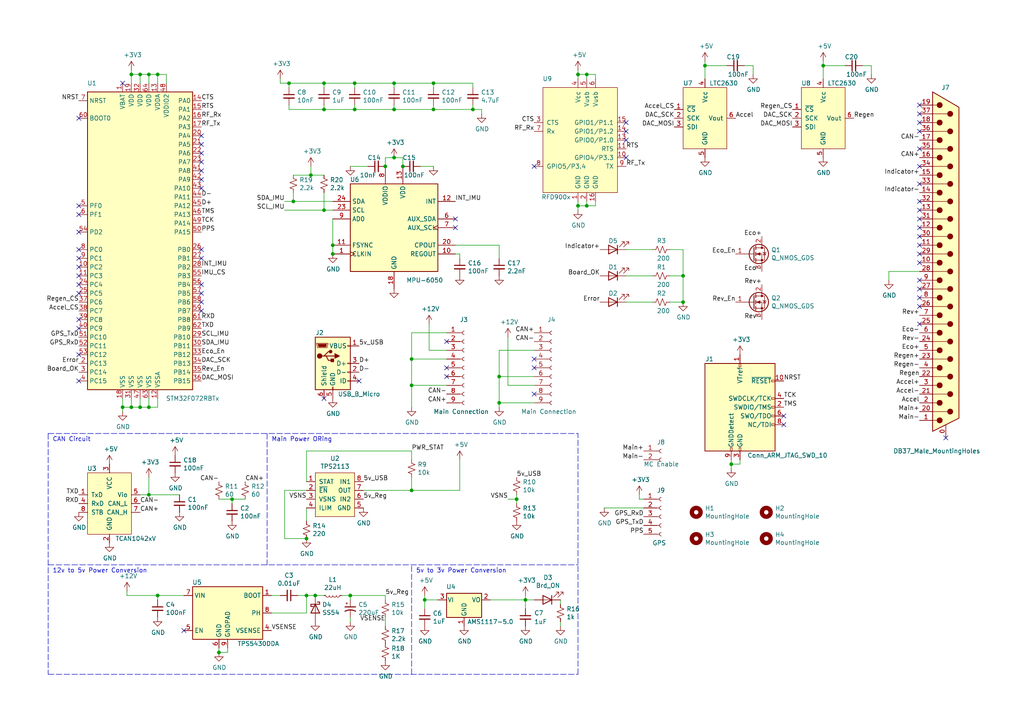
<source format=kicad_sch>
(kicad_sch (version 20211123) (generator eeschema)
  (paper "A4")
  (junction (at 101.6 172.72))
  (junction (at 88.9 172.72))
  (junction (at 96.52 73.66))
  (junction (at 125.73 31.75))
  (junction (at 119.38 142.24))
  (junction (at 144.78 109.22))
  (junction (at 137.16 31.75))
  (junction (at 212.09 134.62))
  (junction (at 114.3 31.75))
  (junction (at 116.84 48.26))
  (junction (at 204.47 19.05))
  (junction (at 167.64 59.69))
  (junction (at 85.09 58.42))
  (junction (at 96.52 71.12))
  (junction (at 198.12 87.63))
  (junction (at 144.78 116.84))
  (junction (at 38.1 118.11))
  (junction (at 45.72 172.72))
  (junction (at 102.87 31.75))
  (junction (at 198.12 80.01))
  (junction (at 90.17 50.8))
  (junction (at 43.18 21.59))
  (junction (at 38.1 21.59))
  (junction (at 43.18 143.51))
  (junction (at 63.5 189.23))
  (junction (at 88.9 156.21))
  (junction (at 111.76 48.26))
  (junction (at 125.73 24.13))
  (junction (at 119.38 104.14))
  (junction (at 149.86 144.78))
  (junction (at 91.44 172.72))
  (junction (at 67.31 144.78))
  (junction (at 114.3 24.13))
  (junction (at 238.76 19.05))
  (junction (at 40.64 21.59))
  (junction (at 152.4 173.99))
  (junction (at 83.82 24.13))
  (junction (at 40.64 118.11))
  (junction (at 170.18 21.59))
  (junction (at 45.72 21.59))
  (junction (at 102.87 24.13))
  (junction (at 167.64 21.59))
  (junction (at 93.98 31.75))
  (junction (at 35.56 118.11))
  (junction (at 170.18 59.69))
  (junction (at 93.98 60.96))
  (junction (at 43.18 118.11))
  (junction (at 119.38 111.76))
  (junction (at 114.3 45.72))
  (junction (at 123.19 173.99))
  (junction (at 93.98 24.13))
  (no_connect (at 266.7 30.48))
  (no_connect (at 181.61 45.72))
  (no_connect (at 227.33 120.65))
  (no_connect (at 129.54 109.22))
  (no_connect (at 58.42 39.37))
  (no_connect (at 154.94 104.14))
  (no_connect (at 22.86 85.09))
  (no_connect (at 129.54 99.06))
  (no_connect (at 154.94 106.68))
  (no_connect (at 154.94 48.26))
  (no_connect (at 22.86 77.47))
  (no_connect (at 227.33 123.19))
  (no_connect (at 104.14 110.49))
  (no_connect (at 58.42 72.39))
  (no_connect (at 154.94 114.3))
  (no_connect (at 58.42 52.07))
  (no_connect (at 58.42 87.63))
  (no_connect (at 181.61 40.64))
  (no_connect (at 266.7 35.56))
  (no_connect (at 58.42 46.99))
  (no_connect (at 22.86 95.25))
  (no_connect (at 181.61 38.1))
  (no_connect (at 93.98 115.57))
  (no_connect (at 22.86 74.93))
  (no_connect (at 22.86 82.55))
  (no_connect (at 22.86 92.71))
  (no_connect (at 58.42 85.09))
  (no_connect (at 129.54 106.68))
  (no_connect (at 132.08 63.5))
  (no_connect (at 58.42 54.61))
  (no_connect (at 58.42 49.53))
  (no_connect (at 266.7 60.96))
  (no_connect (at 266.7 76.2))
  (no_connect (at 266.7 81.28))
  (no_connect (at 266.7 86.36))
  (no_connect (at 266.7 71.12))
  (no_connect (at 266.7 66.04))
  (no_connect (at 274.32 127))
  (no_connect (at 35.56 24.13))
  (no_connect (at 53.34 182.88))
  (no_connect (at 266.7 53.34))
  (no_connect (at 266.7 58.42))
  (no_connect (at 266.7 63.5))
  (no_connect (at 266.7 43.18))
  (no_connect (at 266.7 48.26))
  (no_connect (at 266.7 33.02))
  (no_connect (at 266.7 38.1))
  (no_connect (at 266.7 73.66))
  (no_connect (at 266.7 68.58))
  (no_connect (at 266.7 83.82))
  (no_connect (at 266.7 88.9))
  (no_connect (at 266.7 93.98))
  (no_connect (at 181.61 35.56))
  (no_connect (at 22.86 67.31))
  (no_connect (at 22.86 72.39))
  (no_connect (at 22.86 80.01))
  (no_connect (at 58.42 90.17))
  (no_connect (at 22.86 102.87))
  (no_connect (at 22.86 62.23))
  (no_connect (at 58.42 44.45))
  (no_connect (at 58.42 82.55))
  (no_connect (at 22.86 59.69))
  (no_connect (at 132.08 66.04))
  (no_connect (at 58.42 41.91))
  (no_connect (at 58.42 74.93))
  (no_connect (at 22.86 110.49))
  (no_connect (at 22.86 34.29))
  (wire (pts (xy 194.31 72.39) (xy 198.12 72.39)))
  (wire (pts (xy 88.9 172.72) (xy 86.36 172.72)))
  (wire (pts (xy 218.44 19.05) (xy 215.9 19.05)))
  (wire (pts (xy 101.6 180.34) (xy 101.6 179.07)))
  (wire (pts (xy 85.09 50.8) (xy 90.17 50.8)))
  (wire (pts (xy 38.1 118.11) (xy 35.56 118.11)))
  (polyline (pts (xy 77.47 125.73) (xy 77.47 163.83)))
  (wire (pts (xy 102.87 24.13) (xy 114.3 24.13)))
  (wire (pts (xy 133.35 133.35) (xy 133.35 142.24)))
  (wire (pts (xy 147.32 97.79) (xy 147.32 111.76)))
  (wire (pts (xy 78.74 172.72) (xy 81.28 172.72)))
  (wire (pts (xy 252.73 19.05) (xy 250.19 19.05)))
  (wire (pts (xy 45.72 21.59) (xy 48.26 21.59)))
  (wire (pts (xy 43.18 143.51) (xy 52.07 143.51)))
  (wire (pts (xy 181.61 72.39) (xy 189.23 72.39)))
  (wire (pts (xy 119.38 111.76) (xy 119.38 118.11)))
  (wire (pts (xy 149.86 143.51) (xy 149.86 144.78)))
  (wire (pts (xy 36.83 172.72) (xy 45.72 172.72)))
  (wire (pts (xy 212.09 133.35) (xy 212.09 134.62)))
  (wire (pts (xy 93.98 30.48) (xy 93.98 31.75)))
  (wire (pts (xy 167.64 21.59) (xy 167.64 22.86)))
  (wire (pts (xy 40.64 115.57) (xy 40.64 118.11)))
  (wire (pts (xy 83.82 31.75) (xy 83.82 30.48)))
  (wire (pts (xy 78.74 177.8) (xy 88.9 177.8)))
  (wire (pts (xy 63.5 189.23) (xy 63.5 187.96)))
  (wire (pts (xy 48.26 21.59) (xy 48.26 24.13)))
  (wire (pts (xy 82.55 142.24) (xy 82.55 156.21)))
  (wire (pts (xy 91.44 172.72) (xy 93.98 172.72)))
  (wire (pts (xy 93.98 25.4) (xy 93.98 24.13)))
  (wire (pts (xy 149.86 144.78) (xy 147.32 144.78)))
  (wire (pts (xy 85.09 58.42) (xy 96.52 58.42)))
  (wire (pts (xy 214.63 134.62) (xy 212.09 134.62)))
  (wire (pts (xy 129.54 96.52) (xy 119.38 96.52)))
  (polyline (pts (xy 13.97 163.83) (xy 167.64 163.83)))
  (wire (pts (xy 96.52 63.5) (xy 96.52 71.12)))
  (wire (pts (xy 93.98 24.13) (xy 102.87 24.13)))
  (wire (pts (xy 38.1 21.59) (xy 40.64 21.59)))
  (wire (pts (xy 167.64 20.32) (xy 167.64 21.59)))
  (wire (pts (xy 170.18 21.59) (xy 170.18 22.86)))
  (wire (pts (xy 123.19 173.99) (xy 123.19 176.53)))
  (wire (pts (xy 204.47 17.78) (xy 204.47 19.05)))
  (wire (pts (xy 252.73 21.59) (xy 252.73 19.05)))
  (wire (pts (xy 40.64 143.51) (xy 43.18 143.51)))
  (wire (pts (xy 81.28 24.13) (xy 83.82 24.13)))
  (wire (pts (xy 119.38 138.43) (xy 119.38 142.24)))
  (wire (pts (xy 185.42 144.78) (xy 186.69 144.78)))
  (wire (pts (xy 66.04 187.96) (xy 66.04 189.23)))
  (wire (pts (xy 93.98 31.75) (xy 83.82 31.75)))
  (wire (pts (xy 111.76 48.26) (xy 111.76 45.72)))
  (wire (pts (xy 204.47 19.05) (xy 210.82 19.05)))
  (wire (pts (xy 88.9 139.7) (xy 88.9 130.81)))
  (wire (pts (xy 119.38 96.52) (xy 119.38 104.14)))
  (wire (pts (xy 99.06 172.72) (xy 101.6 172.72)))
  (wire (pts (xy 101.6 173.99) (xy 101.6 172.72)))
  (wire (pts (xy 82.55 142.24) (xy 88.9 142.24)))
  (wire (pts (xy 93.98 60.96) (xy 96.52 60.96)))
  (wire (pts (xy 102.87 30.48) (xy 102.87 31.75)))
  (polyline (pts (xy 167.64 195.58) (xy 167.64 125.73)))
  (wire (pts (xy 43.18 21.59) (xy 45.72 21.59)))
  (wire (pts (xy 152.4 172.72) (xy 152.4 173.99)))
  (wire (pts (xy 123.19 173.99) (xy 127 173.99)))
  (wire (pts (xy 194.31 87.63) (xy 198.12 87.63)))
  (wire (pts (xy 45.72 115.57) (xy 45.72 118.11)))
  (wire (pts (xy 114.3 30.48) (xy 114.3 31.75)))
  (wire (pts (xy 40.64 118.11) (xy 38.1 118.11)))
  (wire (pts (xy 170.18 59.69) (xy 170.18 58.42)))
  (wire (pts (xy 144.78 109.22) (xy 144.78 116.84)))
  (wire (pts (xy 111.76 45.72) (xy 114.3 45.72)))
  (wire (pts (xy 152.4 173.99) (xy 152.4 176.53)))
  (wire (pts (xy 198.12 72.39) (xy 198.12 80.01)))
  (wire (pts (xy 139.7 33.02) (xy 139.7 31.75)))
  (wire (pts (xy 172.72 59.69) (xy 172.72 58.42)))
  (wire (pts (xy 167.64 59.69) (xy 167.64 60.96)))
  (wire (pts (xy 124.46 101.6) (xy 129.54 101.6)))
  (wire (pts (xy 170.18 21.59) (xy 172.72 21.59)))
  (polyline (pts (xy 13.97 125.73) (xy 167.64 125.73)))
  (wire (pts (xy 125.73 48.26) (xy 121.92 48.26)))
  (wire (pts (xy 144.78 101.6) (xy 144.78 109.22)))
  (wire (pts (xy 129.54 111.76) (xy 119.38 111.76)))
  (wire (pts (xy 266.7 78.74) (xy 257.81 78.74)))
  (wire (pts (xy 82.55 58.42) (xy 85.09 58.42)))
  (wire (pts (xy 167.64 21.59) (xy 170.18 21.59)))
  (wire (pts (xy 114.3 31.75) (xy 102.87 31.75)))
  (wire (pts (xy 137.16 31.75) (xy 125.73 31.75)))
  (wire (pts (xy 88.9 172.72) (xy 91.44 172.72)))
  (wire (pts (xy 175.26 147.32) (xy 186.69 147.32)))
  (wire (pts (xy 82.55 60.96) (xy 93.98 60.96)))
  (wire (pts (xy 154.94 109.22) (xy 144.78 109.22)))
  (wire (pts (xy 114.3 45.72) (xy 116.84 45.72)))
  (wire (pts (xy 63.5 144.78) (xy 67.31 144.78)))
  (polyline (pts (xy 13.97 195.58) (xy 167.64 195.58)))
  (wire (pts (xy 154.94 173.99) (xy 152.4 173.99)))
  (wire (pts (xy 212.09 134.62) (xy 212.09 135.89)))
  (wire (pts (xy 111.76 173.99) (xy 111.76 172.72)))
  (wire (pts (xy 162.56 173.99) (xy 162.56 175.26)))
  (wire (pts (xy 238.76 22.86) (xy 238.76 19.05)))
  (wire (pts (xy 67.31 144.78) (xy 71.12 144.78)))
  (wire (pts (xy 85.09 55.88) (xy 85.09 58.42)))
  (wire (pts (xy 81.28 22.86) (xy 81.28 24.13)))
  (wire (pts (xy 119.38 142.24) (xy 133.35 142.24)))
  (wire (pts (xy 189.23 87.63) (xy 181.61 87.63)))
  (wire (pts (xy 43.18 118.11) (xy 40.64 118.11)))
  (wire (pts (xy 88.9 151.13) (xy 88.9 147.32)))
  (wire (pts (xy 101.6 48.26) (xy 106.68 48.26)))
  (polyline (pts (xy 119.38 195.58) (xy 119.38 163.83)))
  (wire (pts (xy 125.73 31.75) (xy 114.3 31.75)))
  (wire (pts (xy 123.19 172.72) (xy 123.19 173.99)))
  (wire (pts (xy 167.64 59.69) (xy 170.18 59.69)))
  (wire (pts (xy 36.83 171.45) (xy 36.83 172.72)))
  (wire (pts (xy 116.84 45.72) (xy 116.84 48.26)))
  (wire (pts (xy 90.17 50.8) (xy 90.17 48.26)))
  (wire (pts (xy 185.42 143.51) (xy 185.42 144.78)))
  (wire (pts (xy 132.08 73.66) (xy 133.35 73.66)))
  (wire (pts (xy 137.16 30.48) (xy 137.16 31.75)))
  (wire (pts (xy 90.17 50.8) (xy 93.98 50.8)))
  (wire (pts (xy 45.72 172.72) (xy 45.72 173.99)))
  (wire (pts (xy 125.73 30.48) (xy 125.73 31.75)))
  (wire (pts (xy 66.04 189.23) (xy 63.5 189.23)))
  (wire (pts (xy 125.73 24.13) (xy 137.16 24.13)))
  (wire (pts (xy 38.1 21.59) (xy 38.1 20.32)))
  (wire (pts (xy 35.56 119.38) (xy 35.56 118.11)))
  (wire (pts (xy 133.35 73.66) (xy 133.35 74.93)))
  (wire (pts (xy 40.64 21.59) (xy 43.18 21.59)))
  (wire (pts (xy 119.38 104.14) (xy 119.38 111.76)))
  (polyline (pts (xy 13.97 125.73) (xy 13.97 195.58)))
  (wire (pts (xy 238.76 19.05) (xy 245.11 19.05)))
  (wire (pts (xy 181.61 80.01) (xy 189.23 80.01)))
  (wire (pts (xy 38.1 24.13) (xy 38.1 21.59)))
  (wire (pts (xy 194.31 80.01) (xy 198.12 80.01)))
  (wire (pts (xy 144.78 71.12) (xy 144.78 74.93)))
  (wire (pts (xy 45.72 21.59) (xy 45.72 24.13)))
  (wire (pts (xy 139.7 31.75) (xy 137.16 31.75)))
  (wire (pts (xy 154.94 101.6) (xy 144.78 101.6)))
  (wire (pts (xy 35.56 118.11) (xy 35.56 115.57)))
  (wire (pts (xy 162.56 180.34) (xy 162.56 181.61)))
  (wire (pts (xy 82.55 156.21) (xy 88.9 156.21)))
  (wire (pts (xy 88.9 130.81) (xy 119.38 130.81)))
  (wire (pts (xy 111.76 179.07) (xy 111.76 181.61)))
  (wire (pts (xy 93.98 55.88) (xy 93.98 60.96)))
  (wire (pts (xy 142.24 173.99) (xy 152.4 173.99)))
  (wire (pts (xy 125.73 25.4) (xy 125.73 24.13)))
  (wire (pts (xy 43.18 21.59) (xy 43.18 24.13)))
  (wire (pts (xy 144.78 116.84) (xy 144.78 118.11)))
  (wire (pts (xy 204.47 22.86) (xy 204.47 19.05)))
  (wire (pts (xy 96.52 71.12) (xy 96.52 73.66)))
  (wire (pts (xy 43.18 115.57) (xy 43.18 118.11)))
  (wire (pts (xy 198.12 80.01) (xy 198.12 87.63)))
  (wire (pts (xy 124.46 93.98) (xy 124.46 101.6)))
  (wire (pts (xy 167.64 58.42) (xy 167.64 59.69)))
  (wire (pts (xy 43.18 138.43) (xy 43.18 143.51)))
  (wire (pts (xy 172.72 21.59) (xy 172.72 22.86)))
  (wire (pts (xy 40.64 21.59) (xy 40.64 24.13)))
  (wire (pts (xy 83.82 25.4) (xy 83.82 24.13)))
  (wire (pts (xy 119.38 130.81) (xy 119.38 133.35)))
  (wire (pts (xy 88.9 177.8) (xy 88.9 172.72)))
  (wire (pts (xy 114.3 25.4) (xy 114.3 24.13)))
  (wire (pts (xy 132.08 71.12) (xy 144.78 71.12)))
  (wire (pts (xy 45.72 118.11) (xy 43.18 118.11)))
  (wire (pts (xy 257.81 78.74) (xy 257.81 81.28)))
  (wire (pts (xy 83.82 24.13) (xy 93.98 24.13)))
  (wire (pts (xy 147.32 111.76) (xy 154.94 111.76)))
  (wire (pts (xy 137.16 24.13) (xy 137.16 25.4)))
  (wire (pts (xy 214.63 133.35) (xy 214.63 134.62)))
  (wire (pts (xy 149.86 144.78) (xy 149.86 146.05)))
  (wire (pts (xy 218.44 21.59) (xy 218.44 19.05)))
  (wire (pts (xy 114.3 24.13) (xy 125.73 24.13)))
  (wire (pts (xy 105.41 142.24) (xy 119.38 142.24)))
  (wire (pts (xy 129.54 104.14) (xy 119.38 104.14)))
  (wire (pts (xy 38.1 115.57) (xy 38.1 118.11)))
  (wire (pts (xy 53.34 172.72) (xy 45.72 172.72)))
  (wire (pts (xy 102.87 25.4) (xy 102.87 24.13)))
  (wire (pts (xy 102.87 31.75) (xy 93.98 31.75)))
  (wire (pts (xy 67.31 144.78) (xy 67.31 146.05)))
  (wire (pts (xy 144.78 116.84) (xy 154.94 116.84)))
  (wire (pts (xy 170.18 59.69) (xy 172.72 59.69)))
  (wire (pts (xy 101.6 172.72) (xy 111.76 172.72)))
  (wire (pts (xy 238.76 17.78) (xy 238.76 19.05)))
  (text "5v to 3v Power Conversion" (at 120.65 166.37 0) (effects (font (size 1.27 1.27)) (justify left bottom)))
  (text "CAN Circuit" (at 15.24 128.27 0) (effects (font (size 1.27 1.27)) (justify left bottom)))
  (text "Main Power ORing" (at 78.74 128.27 0) (effects (font (size 1.27 1.27)) (justify left bottom)))
  (text "12v to 5v Power Conversion" (at 15.24 166.37 0) (effects (font (size 1.27 1.27)) (justify left bottom)))
  (label "Regen" (at 247.65 34.29 0))
  (label "NRST" (at 227.33 110.49 0))
  (label "VSENSE" (at 111.76 180.34 180))
  (label "CAN-" (at 40.64 146.05 0))
  (label "Main-" (at 186.69 133.35 180))
  (label "Error" (at 173.99 87.63 180))
  (label "5v_Reg" (at 111.76 172.72 0))
  (label "Board_OK" (at 22.86 107.95 180))
  (label "Indicator+" (at 173.99 72.39 180))
  (label "TXD" (at 58.42 95.25 0))
  (label "Rev-" (at 266.7 99.06 180))
  (label "Eco+" (at 266.7 101.6 180))
  (label "Rev+" (at 266.7 91.44 180))
  (label "D-" (at 104.14 107.95 0))
  (label "DAC_SCK" (at 229.87 34.29 180))
  (label "INT_IMU" (at 58.42 77.47 0))
  (label "CAN+" (at 40.64 148.59 0))
  (label "SCL_IMU" (at 58.42 97.79 0))
  (label "D+" (at 58.42 59.69 0))
  (label "TCK" (at 227.33 115.57 0))
  (label "RXD" (at 58.42 92.71 0))
  (label "CAN+" (at 71.12 139.7 0))
  (label "DAC_SCK" (at 58.42 105.41 0))
  (label "CTS" (at 154.94 35.56 180))
  (label "GPS_TxD" (at 186.69 152.4 180))
  (label "CAN-" (at 129.54 114.3 180))
  (label "5v_USB" (at 105.41 139.7 0))
  (label "Eco+" (at 220.98 68.58 180))
  (label "Accel-" (at 266.7 114.3 180))
  (label "Regen_CS" (at 229.87 31.75 180))
  (label "SDA_IMU" (at 82.55 58.42 180))
  (label "5v_USB" (at 149.86 138.43 0))
  (label "RTS" (at 181.61 43.18 0))
  (label "DAC_SCK" (at 195.58 34.29 180))
  (label "CAN+" (at 266.7 45.72 180))
  (label "TCK" (at 58.42 64.77 0))
  (label "Rev_En" (at 58.42 107.95 0))
  (label "Main+" (at 266.7 119.38 180))
  (label "TMS" (at 58.42 62.23 0))
  (label "TXD" (at 22.86 143.51 180))
  (label "Error" (at 22.86 105.41 180))
  (label "GPS_RxD" (at 186.69 149.86 180))
  (label "Regen" (at 266.7 109.22 180))
  (label "PPS" (at 186.69 154.94 180))
  (label "VSNS" (at 88.9 144.78 180))
  (label "VSNS" (at 147.32 144.78 180))
  (label "RF_Rx" (at 154.94 38.1 180))
  (label "Eco-" (at 220.98 78.74 180))
  (label "RXD" (at 22.86 146.05 180))
  (label "Rev_En" (at 213.36 87.63 180))
  (label "GPS_RxD" (at 22.86 100.33 180))
  (label "5v_USB" (at 104.14 100.33 0))
  (label "CAN-" (at 154.94 99.06 180))
  (label "NRST" (at 22.86 29.21 180))
  (label "IMU_CS" (at 58.42 80.01 0))
  (label "Board_OK" (at 173.99 80.01 180))
  (label "SCL_IMU" (at 82.55 60.96 180))
  (label "D+" (at 104.14 105.41 0))
  (label "GPS_TxD" (at 22.86 97.79 180))
  (label "PWR_STAT" (at 119.38 130.81 0))
  (label "RF_Rx" (at 58.42 34.29 0))
  (label "Main-" (at 266.7 121.92 180))
  (label "Eco_En" (at 213.36 73.66 180))
  (label "Rev+" (at 220.98 82.55 180))
  (label "SDA_IMU" (at 58.42 100.33 0))
  (label "RF_Tx" (at 181.61 48.26 0))
  (label "RTS" (at 58.42 31.75 0))
  (label "Regen-" (at 266.7 106.68 180))
  (label "DAC_MOSI" (at 195.58 36.83 180))
  (label "DAC_MOSI" (at 58.42 110.49 0))
  (label "VSENSE" (at 78.74 182.88 0))
  (label "CTS" (at 58.42 29.21 0))
  (label "Indicator-" (at 266.7 55.88 180))
  (label "Eco-" (at 266.7 96.52 180))
  (label "Accel" (at 213.36 34.29 0))
  (label "CAN+" (at 154.94 96.52 180))
  (label "Accel_CS" (at 22.86 90.17 180))
  (label "Rev-" (at 220.98 92.71 180))
  (label "Accel" (at 266.7 116.84 180))
  (label "Indicator+" (at 266.7 50.8 180))
  (label "PPS" (at 58.42 67.31 0))
  (label "Eco_En" (at 58.42 102.87 0))
  (label "TMS" (at 227.33 118.11 0))
  (label "CAN-" (at 63.5 139.7 180))
  (label "5v_Reg" (at 105.41 144.78 0))
  (label "Accel+" (at 266.7 111.76 180))
  (label "RF_Tx" (at 58.42 36.83 0))
  (label "CAN-" (at 266.7 40.64 180))
  (label "Regen_CS" (at 22.86 87.63 180))
  (label "D-" (at 58.42 57.15 0))
  (label "Main+" (at 186.69 130.81 180))
  (label "DAC_MOSI" (at 229.87 36.83 180))
  (label "Regen+" (at 266.7 104.14 180))
  (label "CAN+" (at 129.54 116.84 180))
  (label "Accel_CS" (at 195.58 31.75 180))
  (label "INT_IMU" (at 132.08 58.42 0))
  (symbol (lib_id "MCU_ST_STM32F0:STM32F072RBTx") (at 40.64 69.85 0) (unit 1)
    (property "Reference" "U1" (at 26.67 24.13 0))
    (property "Value" "STM32F072RBTx" (at 55.88 115.57 0))
    (property "Footprint" "Package_QFP:LQFP-64_10x10mm_P0.5mm" (effects hide))
    (property "Datasheet" "http://www.st.com/st-web-ui/static/active/en/resource/technical/document/datasheet/DM00090510.pdf" (effects hide))
  )
  (symbol (lib_id "Device:LED") (at 177.8 80.01 180) (unit 1)
    (property "Reference" "D1" (at 177.8 77.47 0))
    (property "Value" "Board OK" (effects hide))
    (property "Footprint" "LED_SMD:LED_0805_2012Metric" (effects hide))
    (property "LCSC Part" "C34499" (effects hide))
  )
  (symbol (lib_id "Device:LED") (at 177.8 87.63 180) (unit 1)
    (property "Reference" "D2" (at 177.8 85.09 0))
    (property "Value" "Error" (effects hide))
    (property "Footprint" "LED_SMD:LED_0603_1608Metric" (effects hide))
    (property "LCSC Part" "C2286" (effects hide))
  )
  (symbol (lib_id "power:GND") (at 35.56 119.38 0) (unit 1)
    (property "Reference" "#PWR06" (effects hide))
    (property "Value" "GND" (at 35.687 123.7742 0))
  )
  (symbol (lib_id "power:+3.3V") (at 38.1 20.32 0) (unit 1)
    (property "Reference" "#PWR01" (effects hide))
    (property "Value" "+3.3V" (at 38.481 15.9258 0))
  )
  (symbol (lib_id "Connector:Conn_ARM_JTAG_SWD_10") (at 214.63 118.11 0) (unit 1)
    (property "Reference" "J1" (at 207.01 104.14 0) (effects (justify right)))
    (property "Value" "Conn_ARM_JTAG_SWD_10" (at 240.03 132.08 0) (effects (justify right)))
    (property "Footprint" "Connector_PinHeader_1.27mm:PinHeader_2x05_P1.27mm_Vertical_SMD" (effects hide))
    (property "Datasheet" "http://infocenter.arm.com/help/topic/com.arm.doc.ddi0314h/DDI0314H_coresight_components_trm.pdf" (effects hide))
  )
  (symbol (lib_id "power:+3.3V") (at 214.63 102.87 0) (unit 1)
    (property "Reference" "#PWR02" (effects hide))
    (property "Value" "+3.3V" (at 215.011 98.4758 0))
  )
  (symbol (lib_id "power:GND") (at 212.09 135.89 0) (unit 1)
    (property "Reference" "#PWR04" (effects hide))
    (property "Value" "GND" (at 212.217 140.2842 0))
  )
  (symbol (lib_id "power:GND") (at 22.86 148.59 0) (unit 1)
    (property "Reference" "#PWR018" (effects hide))
    (property "Value" "GND" (at 22.987 152.9842 0))
  )
  (symbol (lib_id "power:+3.3V") (at 43.18 138.43 0) (unit 1)
    (property "Reference" "#PWR014" (effects hide))
    (property "Value" "+3.3V" (at 43.561 134.0358 0))
  )
  (symbol (lib_id "Device:C_Small") (at 52.07 146.05 0) (unit 1)
    (property "Reference" "C1" (at 54.4068 144.8816 0) (effects (justify left)))
    (property "Value" "100nF" (at 54.4068 147.193 0) (effects (justify left)))
    (property "Footprint" "Capacitor_SMD:C_0402_1005Metric" (effects hide))
    (property "LCSC Part" "C307331" (effects hide))
  )
  (symbol (lib_id "power:GND") (at 52.07 148.59 0) (unit 1)
    (property "Reference" "#PWR019" (effects hide))
    (property "Value" "GND" (at 52.197 152.9842 0))
  )
  (symbol (lib_id "Device:C_Small") (at 67.31 148.59 0) (unit 1)
    (property "Reference" "C2" (at 69.6468 147.4216 0) (effects (justify left)))
    (property "Value" "100nF" (at 69.6468 149.733 0) (effects (justify left)))
    (property "Footprint" "Capacitor_SMD:C_0402_1005Metric" (effects hide))
  )
  (symbol (lib_id "Device:R_Small_US") (at 71.12 142.24 0) (unit 1)
    (property "Reference" "R12" (at 72.8472 141.0716 0) (effects (justify left)))
    (property "Value" "60" (at 72.8472 143.383 0) (effects (justify left)))
    (property "Footprint" "Resistor_SMD:R_0603_1608Metric" (effects hide))
  )
  (symbol (lib_id "Device:R_Small_US") (at 63.5 142.24 0) (unit 1)
    (property "Reference" "R11" (at 65.2272 141.0716 0) (effects (justify left)))
    (property "Value" "60" (at 65.2272 143.383 0) (effects (justify left)))
    (property "Footprint" "Resistor_SMD:R_0603_1608Metric" (effects hide))
  )
  (symbol (lib_id "power:GND") (at 67.31 151.13 0) (unit 1)
    (property "Reference" "#PWR020" (effects hide))
    (property "Value" "GND" (at 67.437 155.5242 0))
  )
  (symbol (lib_id "power:GND") (at 31.75 157.48 0) (unit 1)
    (property "Reference" "#PWR025" (effects hide))
    (property "Value" "GND" (at 31.877 161.8742 0))
  )
  (symbol (lib_id "Regulator_Switching:TPS5430DDA") (at 66.04 177.8 0) (unit 1)
    (property "Reference" "U5" (at 57.15 168.91 0))
    (property "Value" "TPS5430DDA" (at 74.93 186.69 0))
    (property "Footprint" "Package_SO:TI_SO-PowerPAD-8_ThermalVias" (effects hide))
    (property "Datasheet" "http://www.ti.com/lit/ds/symlink/tps5430.pdf" (effects hide))
    (property "LCSC Part" "C9864" (effects hide))
  )
  (symbol (lib_id "Connector:Conn_01x09_Female") (at 134.62 106.68 0) (unit 1)
    (property "Reference" "J3" (at 133.35 92.71 0) (effects (justify left)))
    (property "Value" "Main Connection" (at 125.73 119.38 0) (effects (justify left)))
    (property "Footprint" "Connector_Molex:Molex_Micro-Fit_3.0_43650-0900_1x09_P3.00mm_Horizontal" (effects hide))
  )
  (symbol (lib_id "power:GND") (at 119.38 118.11 0) (unit 1)
    (property "Reference" "#PWR022" (effects hide))
    (property "Value" "GND" (at 119.507 122.5042 0))
  )
  (symbol (lib_id "Device:C_Small") (at 83.82 172.72 270) (unit 1)
    (property "Reference" "C3" (at 83.82 166.9034 90))
    (property "Value" "0.01uF" (at 83.82 169.2148 90))
    (property "Footprint" "Capacitor_SMD:C_0402_1005Metric" (effects hide))
    (property "LCSC Part" "C15195" (effects hide))
  )
  (symbol (lib_id "JohnLib:TPS2113") (at 95.25 137.16 0) (unit 1)
    (property "Reference" "U2" (at 97.155 132.969 0))
    (property "Value" "TPS2113" (at 97.155 135.2804 0))
    (property "Footprint" "Package_SO:TSSOP-8_4.4x3mm_P0.65mm" (effects hide))
    (property "Datasheet" "https://datasheet.lcsc.com/lcsc/1804162222_Texas-Instruments-TPS2113APWR_C130052.pdf" (effects hide))
  )
  (symbol (lib_id "Connector:USB_B_Micro") (at 96.52 105.41 0) (unit 1)
    (property "Reference" "J2" (at 92.71 96.52 0))
    (property "Value" "USB_B_Micro" (at 104.14 114.3 0))
    (property "Footprint" "Connector_USB:USB_Micro-B_Molex_47346-0001" (effects hide))
  )
  (symbol (lib_id "Diode:B340") (at 91.44 176.53 270) (unit 1)
    (property "Reference" "D4" (at 93.4466 175.3616 90) (effects (justify left)))
    (property "Value" "SS54" (at 93.4466 177.673 90) (effects (justify left)))
    (property "Footprint" "Diode_SMD:D_SMA" (effects hide))
    (property "Datasheet" "http://www.jameco.com/Jameco/Products/ProdDS/1538777.pdf" (effects hide))
    (property "LCSC Part" "C22452" (effects hide))
  )
  (symbol (lib_id "power:GND") (at 91.44 180.34 0) (unit 1)
    (property "Reference" "#PWR029" (effects hide))
    (property "Value" "GND" (at 91.567 184.7342 0))
  )
  (symbol (lib_id "power:GND") (at 105.41 147.32 0) (unit 1)
    (property "Reference" "#PWR015" (effects hide))
    (property "Value" "GND" (at 105.537 151.7142 0))
  )
  (symbol (lib_id "Device:L_Small") (at 96.52 172.72 270) (unit 1)
    (property "Reference" "L1" (at 96.52 168.1226 90))
    (property "Value" "22uH" (at 96.52 170.434 90))
    (property "Footprint" "JohnLib:L_Panasonic_YFP" (effects hide))
    (property "LCSC Part" "C38117" (effects hide))
  )
  (symbol (lib_id "power:+5V") (at 123.19 172.72 0) (unit 1)
    (property "Reference" "#PWR026" (effects hide))
    (property "Value" "+5V" (at 123.571 168.3258 0))
  )
  (symbol (lib_id "Device:C_Polarized_Small_US") (at 101.6 176.53 0) (unit 1)
    (property "Reference" "C5" (at 103.9114 175.3616 0) (effects (justify left)))
    (property "Value" "220uF" (at 103.9114 177.673 0) (effects (justify left)))
    (property "Footprint" "Capacitor_SMD:CP_Elec_8x5.4" (effects hide))
    (property "LCSC Part" "C3345" (effects hide))
  )
  (symbol (lib_id "power:GND") (at 96.52 115.57 0) (unit 1)
    (property "Reference" "#PWR05" (effects hide))
    (property "Value" "GND" (at 96.647 119.9642 0))
  )
  (symbol (lib_id "Device:R_Small_US") (at 88.9 153.67 0) (unit 1)
    (property "Reference" "R14" (at 90.6272 152.5016 0) (effects (justify left)))
    (property "Value" "220" (at 90.6272 154.813 0) (effects (justify left)))
    (property "Footprint" "Resistor_SMD:R_0603_1608Metric" (effects hide))
    (property "LCSC Part" "C22962" (effects hide))
  )
  (symbol (lib_id "power:GND") (at 101.6 180.34 0) (unit 1)
    (property "Reference" "#PWR030" (effects hide))
    (property "Value" "GND" (at 101.727 184.7342 0))
  )
  (symbol (lib_id "Device:R_Small_US") (at 111.76 176.53 0) (unit 1)
    (property "Reference" "R15" (at 113.4872 175.3616 0) (effects (justify left)))
    (property "Value" "10k" (at 113.4872 177.673 0) (effects (justify left)))
    (property "Footprint" "Resistor_SMD:R_0603_1608Metric" (effects hide))
    (property "LCSC Part" "C25804" (effects hide))
  )
  (symbol (lib_id "Device:R_Small_US") (at 111.76 184.15 0) (unit 1)
    (property "Reference" "R17" (at 113.4872 182.9816 0) (effects (justify left)))
    (property "Value" "2.2k" (at 113.4872 185.293 0) (effects (justify left)))
    (property "Footprint" "Resistor_SMD:R_0603_1608Metric" (effects hide))
    (property "LCSC Part" "C4190" (effects hide))
  )
  (symbol (lib_id "power:GND") (at 88.9 156.21 0) (unit 1)
    (property "Reference" "#PWR023" (effects hide))
    (property "Value" "GND" (at 89.027 160.6042 0))
  )
  (symbol (lib_id "power:GND") (at 63.5 189.23 0) (unit 1)
    (property "Reference" "#PWR036" (effects hide))
    (property "Value" "GND" (at 63.627 193.6242 0))
  )
  (symbol (lib_id "Device:R_Small_US") (at 119.38 135.89 0) (unit 1)
    (property "Reference" "R9" (at 121.1072 134.7216 0) (effects (justify left)))
    (property "Value" "10k" (at 121.1072 137.033 0) (effects (justify left)))
    (property "Footprint" "Resistor_SMD:R_0603_1608Metric" (effects hide))
    (property "LCSC Part" "C25804" (effects hide))
  )
  (symbol (lib_id "Device:C_Small") (at 45.72 176.53 0) (unit 1)
    (property "Reference" "C4" (at 48.0568 175.3616 0) (effects (justify left)))
    (property "Value" "100nF" (at 48.0568 177.673 0) (effects (justify left)))
    (property "Footprint" "Capacitor_SMD:C_0402_1005Metric" (effects hide))
    (property "LCSC Part" "C307331" (effects hide))
  )
  (symbol (lib_id "Device:R_Small_US") (at 149.86 140.97 0) (unit 1)
    (property "Reference" "R10" (at 151.5872 139.8016 0) (effects (justify left)))
    (property "Value" "10k" (at 151.5872 142.113 0) (effects (justify left)))
    (property "Footprint" "Resistor_SMD:R_0603_1608Metric" (effects hide))
    (property "LCSC Part" "C25804" (effects hide))
  )
  (symbol (lib_id "Device:R_Small_US") (at 149.86 148.59 0) (unit 1)
    (property "Reference" "R13" (at 151.5872 147.4216 0) (effects (justify left)))
    (property "Value" "10k" (at 151.5872 149.733 0) (effects (justify left)))
    (property "Footprint" "Resistor_SMD:R_0603_1608Metric" (effects hide))
    (property "LCSC Part" "C25804" (effects hide))
  )
  (symbol (lib_id "power:GND") (at 45.72 179.07 0) (unit 1)
    (property "Reference" "#PWR028" (effects hide))
    (property "Value" "GND" (at 45.847 183.4642 0))
  )
  (symbol (lib_id "power:GND") (at 149.86 151.13 0) (unit 1)
    (property "Reference" "#PWR021" (effects hide))
    (property "Value" "GND" (at 149.987 155.5242 0))
  )
  (symbol (lib_id "Regulator_Linear:AMS1117-5.0") (at 134.62 173.99 0) (unit 1)
    (property "Reference" "U4" (at 130.81 170.18 0))
    (property "Value" "AMS1117-5.0" (at 142.24 180.34 0))
    (property "Footprint" "Package_TO_SOT_SMD:SOT-223-3_TabPin2" (effects hide))
    (property "Datasheet" "http://www.advanced-monolithic.com/pdf/ds1117.pdf" (effects hide))
    (property "LCSC Part" "C347222" (effects hide))
  )
  (symbol (lib_id "Device:C_Small") (at 123.19 179.07 0) (unit 1)
    (property "Reference" "C6" (at 125.5268 177.9016 0) (effects (justify left)))
    (property "Value" "1uF" (at 125.5268 180.213 0) (effects (justify left)))
    (property "Footprint" "Capacitor_SMD:C_0402_1005Metric" (effects hide))
    (property "LCSC Part" "C52923" (effects hide))
  )
  (symbol (lib_id "Device:C_Small") (at 152.4 179.07 0) (unit 1)
    (property "Reference" "C7" (at 154.94 177.8 0) (effects (justify left)))
    (property "Value" "1uF" (at 154.94 180.34 0) (effects (justify left)))
    (property "Footprint" "Capacitor_SMD:C_0402_1005Metric" (effects hide))
    (property "LCSC Part" "C52923" (effects hide))
  )
  (symbol (lib_id "Device:R_Small_US") (at 162.56 177.8 0) (unit 1)
    (property "Reference" "R16" (at 164.2872 176.6316 0) (effects (justify left)))
    (property "Value" "1k" (at 164.2872 178.943 0) (effects (justify left)))
    (property "Footprint" "Resistor_SMD:R_0603_1608Metric" (effects hide))
    (property "LCSC Part" "C21190" (effects hide))
  )
  (symbol (lib_id "power:GND") (at 123.19 181.61 0) (unit 1)
    (property "Reference" "#PWR031" (effects hide))
    (property "Value" "GND" (at 123.317 186.0042 0))
  )
  (symbol (lib_id "power:GND") (at 134.62 181.61 0) (unit 1)
    (property "Reference" "#PWR032" (effects hide))
    (property "Value" "GND" (at 134.747 186.0042 0))
  )
  (symbol (lib_id "power:GND") (at 152.4 181.61 0) (unit 1)
    (property "Reference" "#PWR033" (effects hide))
    (property "Value" "GND" (at 152.527 186.0042 0))
  )
  (symbol (lib_id "power:+3V3") (at 152.4 172.72 0) (unit 1)
    (property "Reference" "#PWR027" (effects hide))
    (property "Value" "+3V3" (at 152.781 168.3258 0))
  )
  (symbol (lib_id "JohnLib:TCAN1042xV") (at 25.4 156.21 0) (unit 1)
    (property "Reference" "U3" (at 26.67 135.89 0))
    (property "Value" "TCAN1042xV" (at 39.37 156.21 0))
    (property "Footprint" "JohnLib:SOIC-8" (effects hide))
  )
  (symbol (lib_id "Mechanical:MountingHole") (at 201.93 148.59 0) (unit 1)
    (property "Reference" "H1" (at 204.47 147.4216 0) (effects (justify left)))
    (property "Value" "MountingHole" (at 204.47 149.733 0) (effects (justify left)))
    (property "Footprint" "MountingHole:MountingHole_3.2mm_M3" (effects hide))
  )
  (symbol (lib_id "power:GND") (at 162.56 181.61 0) (unit 1)
    (property "Reference" "#PWR034" (effects hide))
    (property "Value" "GND" (at 162.687 186.0042 0))
  )
  (symbol (lib_id "Mechanical:MountingHole") (at 201.93 156.21 0) (unit 1)
    (property "Reference" "H3" (at 204.47 155.0416 0) (effects (justify left)))
    (property "Value" "MountingHole" (at 204.47 157.353 0) (effects (justify left)))
    (property "Footprint" "MountingHole:MountingHole_3.2mm_M3" (effects hide))
  )
  (symbol (lib_id "Device:LED") (at 158.75 173.99 180) (unit 1)
    (property "Reference" "D3" (at 158.9278 167.513 0))
    (property "Value" "Brd_ON" (at 158.9278 169.8244 0))
    (property "Footprint" "LED_SMD:LED_0805_2012Metric" (effects hide))
    (property "LCSC Part" "C2297" (effects hide))
  )
  (symbol (lib_id "Mechanical:MountingHole") (at 222.25 148.59 0) (unit 1)
    (property "Reference" "H2" (at 224.79 147.4216 0) (effects (justify left)))
    (property "Value" "MountingHole" (at 224.79 149.733 0) (effects (justify left)))
    (property "Footprint" "MountingHole:MountingHole_3.2mm_M3" (effects hide))
  )
  (symbol (lib_id "Mechanical:MountingHole") (at 222.25 156.21 0) (unit 1)
    (property "Reference" "H4" (at 224.79 155.0416 0) (effects (justify left)))
    (property "Value" "MountingHole" (at 224.79 157.353 0) (effects (justify left)))
    (property "Footprint" "MountingHole:MountingHole_3.2mm_M3" (effects hide))
  )
  (symbol (lib_id "Device:R_Small_US") (at 191.77 80.01 270) (unit 1)
    (property "Reference" "R1" (at 190.5 77.47 90) (effects (justify left)))
    (property "Value" "200" (at 190.5 82.55 90) (effects (justify left)))
    (property "Footprint" "Resistor_SMD:R_0603_1608Metric" (effects hide))
    (property "LCSC Part" "C8218" (effects hide))
  )
  (symbol (lib_id "Device:R_Small_US") (at 191.77 87.63 270) (unit 1)
    (property "Reference" "R2" (at 190.5 85.09 90) (effects (justify left)))
    (property "Value" "200" (at 190.5 90.17 90) (effects (justify left)))
    (property "Footprint" "Resistor_SMD:R_0603_1608Metric" (effects hide))
    (property "LCSC Part" "C8218" (effects hide))
  )
  (symbol (lib_id "power:GND") (at 198.12 87.63 0) (unit 1)
    (property "Reference" "#PWR03" (effects hide))
    (property "Value" "GND" (at 198.247 92.0242 0))
  )
  (symbol (lib_id "Connector:Conn_01x09_Female") (at 160.02 106.68 0) (unit 1)
    (property "Reference" "J4" (at 158.75 92.71 0) (effects (justify left)))
    (property "Value" "Main Connection" (at 151.13 119.38 0) (effects (justify left)))
    (property "Footprint" "Connector_Molex:Molex_Micro-Fit_3.0_43650-0900_1x09_P3.00mm_Horizontal" (effects hide))
  )
  (symbol (lib_id "power:GND") (at 144.78 118.11 0) (unit 1)
    (property "Reference" "#PWR024" (effects hide))
    (property "Value" "GND" (at 144.907 122.5042 0))
  )
  (symbol (lib_id "Device:R_Small_US") (at 111.76 189.23 0) (unit 1)
    (property "Reference" "R18" (at 113.4872 188.0616 0) (effects (justify left)))
    (property "Value" "1K" (at 113.4872 190.373 0) (effects (justify left)))
    (property "Footprint" "Resistor_SMD:R_0603_1608Metric" (effects hide))
    (property "LCSC Part" "C21190" (effects hide))
  )
  (symbol (lib_id "power:GND") (at 111.76 191.77 0) (unit 1)
    (property "Reference" "#PWR047" (effects hide))
    (property "Value" "GND" (at 111.887 196.1642 0))
  )
  (symbol (lib_id "Device:C_Small") (at 102.87 27.94 0) (unit 1)
    (property "Reference" "C10" (at 105.2068 26.7716 0) (effects (justify left)))
    (property "Value" "100nF" (at 105.2068 29.083 0) (effects (justify left)))
    (property "Footprint" "Capacitor_SMD:C_0402_1005Metric" (effects hide))
    (property "LCSC Part" "C307331" (effects hide))
  )
  (symbol (lib_id "Device:C_Small") (at 114.3 27.94 0) (unit 1)
    (property "Reference" "C11" (at 116.6368 26.7716 0) (effects (justify left)))
    (property "Value" "100nF" (at 116.6368 29.083 0) (effects (justify left)))
    (property "Footprint" "Capacitor_SMD:C_0402_1005Metric" (effects hide))
    (property "LCSC Part" "C307331" (effects hide))
  )
  (symbol (lib_id "Device:C_Small") (at 125.73 27.94 0) (unit 1)
    (property "Reference" "C12" (at 128.0668 26.7716 0) (effects (justify left)))
    (property "Value" "100nF" (at 128.0668 29.083 0) (effects (justify left)))
    (property "Footprint" "Capacitor_SMD:C_0402_1005Metric" (effects hide))
    (property "LCSC Part" "C307331" (effects hide))
  )
  (symbol (lib_id "Device:C_Small") (at 137.16 27.94 0) (unit 1)
    (property "Reference" "C13" (at 139.4968 26.7716 0) (effects (justify left)))
    (property "Value" "4.7uF" (at 139.4968 29.083 0) (effects (justify left)))
    (property "Footprint" "Capacitor_SMD:C_0402_1005Metric" (effects hide))
    (property "LCSC Part" "C23733" (effects hide))
  )
  (symbol (lib_id "Device:C_Small") (at 83.82 27.94 0) (unit 1)
    (property "Reference" "C8" (at 86.1568 26.7716 0) (effects (justify left)))
    (property "Value" "10nF" (at 86.1568 29.083 0) (effects (justify left)))
    (property "Footprint" "Capacitor_SMD:C_0402_1005Metric" (effects hide))
    (property "LCSC Part" "C15195" (effects hide))
  )
  (symbol (lib_id "Device:C_Small") (at 93.98 27.94 0) (unit 1)
    (property "Reference" "C9" (at 96.3168 26.7716 0) (effects (justify left)))
    (property "Value" "1uF" (at 96.3168 29.083 0) (effects (justify left)))
    (property "Footprint" "Capacitor_SMD:C_0402_1005Metric" (effects hide))
    (property "LCSC Part" "C52923" (effects hide))
  )
  (symbol (lib_id "power:+3.3V") (at 81.28 22.86 0) (unit 1)
    (property "Reference" "#PWR038" (effects hide))
    (property "Value" "+3.3V" (at 81.661 18.4658 0))
  )
  (symbol (lib_id "power:GND") (at 139.7 33.02 0) (unit 1)
    (property "Reference" "#PWR039" (effects hide))
    (property "Value" "GND" (at 139.827 37.4142 0))
  )
  (symbol (lib_id "power:+5V") (at 133.35 133.35 0) (unit 1)
    (property "Reference" "#PWR0103" (effects hide))
    (property "Value" "+5V" (at 133.731 128.9558 0))
  )
  (symbol (lib_id "power:GND") (at 257.81 81.28 0) (unit 1)
    (property "Reference" "#PWR0112" (effects hide))
    (property "Value" "GND" (at 257.937 85.6742 0))
  )
  (symbol (lib_id "power:+5V") (at 31.75 134.62 0) (unit 1)
    (property "Reference" "#PWR0101" (effects hide))
    (property "Value" "+5V" (at 32.131 130.2258 0))
  )
  (symbol (lib_id "Device:LED") (at 177.8 72.39 180) (unit 1)
    (property "Reference" "D5" (at 177.8 69.85 0))
    (property "Value" "Board OK" (effects hide))
    (property "Footprint" "LED_SMD:LED_0805_2012Metric" (effects hide))
    (property "LCSC Part" "C34499" (effects hide))
  )
  (symbol (lib_id "Device:R_Small_US") (at 191.77 72.39 270) (unit 1)
    (property "Reference" "R3" (at 190.5 69.85 90) (effects (justify left)))
    (property "Value" "200" (at 190.5 74.93 90) (effects (justify left)))
    (property "Footprint" "Resistor_SMD:R_0603_1608Metric" (effects hide))
    (property "LCSC Part" "C8218" (effects hide))
  )
  (symbol (lib_id "Device:C_Small") (at 50.8 134.62 0) (unit 1)
    (property "Reference" "C18" (at 53.1368 133.4516 0) (effects (justify left)))
    (property "Value" "100nF" (at 53.1368 135.763 0) (effects (justify left)))
    (property "Footprint" "Capacitor_SMD:C_0402_1005Metric" (effects hide))
    (property "LCSC Part" "C307331" (effects hide))
  )
  (symbol (lib_id "power:GND") (at 50.8 137.16 0) (unit 1)
    (property "Reference" "#PWR037" (effects hide))
    (property "Value" "GND" (at 50.927 141.5542 0))
  )
  (symbol (lib_id "power:+5V") (at 50.8 132.08 0) (unit 1)
    (property "Reference" "#PWR013" (effects hide))
    (property "Value" "+5V" (at 51.181 127.6858 0))
  )
  (symbol (lib_id "JohnLib:RFD900x") (at 157.48 52.07 0) (unit 1)
    (property "Reference" "U9" (at 158.75 22.86 0))
    (property "Value" "RFD900x" (at 161.29 57.15 0))
    (property "Footprint" "JohnLib:RFD900x" (effects hide))
  )
  (symbol (lib_id "power:GND") (at 167.64 60.96 0) (unit 1)
    (property "Reference" "#PWR0105" (effects hide))
    (property "Value" "GND" (at 167.767 65.3542 0))
  )
  (symbol (lib_id "power:+5V") (at 167.64 20.32 0) (unit 1)
    (property "Reference" "#PWR0106" (effects hide))
    (property "Value" "+5V" (at 168.021 15.9258 0))
  )
  (symbol (lib_id "power:+3V3") (at 185.42 143.51 0) (unit 1)
    (property "Reference" "#PWR0104" (effects hide))
    (property "Value" "+3V3" (at 185.801 139.1158 0))
  )
  (symbol (lib_id "JohnLib:LTC2630") (at 198.12 43.18 0) (unit 1)
    (property "Reference" "U7" (at 198.12 24.13 0) (effects (justify left)))
    (property "Value" "LTC2630" (at 205.74 24.13 0) (effects (justify left)))
    (property "Footprint" "Package_TO_SOT_SMD:SOT-363_SC-70-6_Handsoldering" (effects hide))
  )
  (symbol (lib_id "JohnLib:LTC2630") (at 232.41 43.18 0) (unit 1)
    (property "Reference" "U8" (at 232.41 24.13 0) (effects (justify left)))
    (property "Value" "LTC2630" (at 240.03 24.13 0) (effects (justify left)))
    (property "Footprint" "Package_TO_SOT_SMD:SOT-363_SC-70-6_Handsoldering" (effects hide))
  )
  (symbol (lib_id "power:+5V") (at 204.47 17.78 0) (unit 1)
    (property "Reference" "#PWR0107" (effects hide))
    (property "Value" "+5V" (at 204.851 13.3858 0))
  )
  (symbol (lib_id "power:GND") (at 204.47 45.72 0) (unit 1)
    (property "Reference" "#PWR0109" (effects hide))
    (property "Value" "GND" (at 204.597 50.1142 0))
  )
  (symbol (lib_id "power:GND") (at 238.76 45.72 0) (unit 1)
    (property "Reference" "#PWR0110" (effects hide))
    (property "Value" "GND" (at 238.887 50.1142 0))
  )
  (symbol (lib_id "Device:Q_NMOS_GDS") (at 218.44 87.63 0) (unit 1)
    (property "Reference" "Q2" (at 223.6724 86.4616 0) (effects (justify left)))
    (property "Value" "Q_NMOS_GDS" (at 223.6724 88.773 0) (effects (justify left)))
    (property "Footprint" "Package_TO_SOT_SMD:SOT-23" (effects hide))
    (property "LCSC Part" "C20917" (effects hide))
  )
  (symbol (lib_id "Connector:Conn_01x02_Female") (at 191.77 130.81 0) (unit 1)
    (property "Reference" "J8" (at 190.5 128.27 0) (effects (justify left)))
    (property "Value" "MC Enable" (at 186.69 134.62 0) (effects (justify left)))
    (property "Footprint" "Connector_Molex:Molex_Micro-Fit_3.0_43650-0200_1x02_P3.00mm_Horizontal" (effects hide))
  )
  (symbol (lib_id "Device:Q_NMOS_GDS") (at 218.44 73.66 0) (unit 1)
    (property "Reference" "Q1" (at 223.6724 72.4916 0) (effects (justify left)))
    (property "Value" "Q_NMOS_GDS" (at 223.6724 74.803 0) (effects (justify left)))
    (property "Footprint" "Package_TO_SOT_SMD:SOT-23" (effects hide))
    (property "LCSC Part" "C20917" (effects hide))
  )
  (symbol (lib_id "Connector:Conn_01x05_Female") (at 191.77 149.86 0) (unit 1)
    (property "Reference" "J9" (at 190.5 142.24 0) (effects (justify left)))
    (property "Value" "GPS" (at 189.23 157.48 0) (effects (justify left)))
    (property "Footprint" "Connector_PinSocket_2.54mm:PinSocket_1x05_P2.54mm_Vertical" (effects hide))
  )
  (symbol (lib_id "power:GND") (at 175.26 147.32 0) (unit 1)
    (property "Reference" "#PWR0111" (effects hide))
    (property "Value" "GND" (at 175.387 151.7142 0))
  )
  (symbol (lib_id "power:+12V") (at 36.83 171.45 0) (unit 1)
    (property "Reference" "#PWR0102" (effects hide))
    (property "Value" "+12V" (at 37.211 167.0558 0))
  )
  (symbol (lib_id "power:+12V") (at 124.46 93.98 0) (unit 1)
    (property "Reference" "#PWR0113" (effects hide))
    (property "Value" "+12V" (at 124.841 89.5858 0))
  )
  (symbol (lib_id "Connector:DB37_Male_MountingHoles") (at 274.32 76.2 0) (unit 1)
    (property "Reference" "J7" (at 273.05 25.4 0) (effects (justify left)))
    (property "Value" "DB37_Male_MountingHoles" (at 259.08 130.81 0) (effects (justify left)))
    (property "Footprint" "Connector_Dsub:DSUB-37_Male_Horizontal_P2.77x2.84mm_EdgePinOffset7.70mm_Housed_MountingHolesOffset9.12mm" (effects hide))
    (property "Datasheet" " ~" (effects hide))
  )
  (symbol (lib_id "power:GND") (at 133.35 80.01 0) (unit 1)
    (property "Reference" "#PWR0116" (effects hide))
    (property "Value" "GND" (effects hide))
  )
  (symbol (lib_id "power:GND") (at 252.73 21.59 0) (unit 1)
    (property "Reference" "#PWR09" (effects hide))
    (property "Value" "GND" (at 252.857 25.9842 0))
  )
  (symbol (lib_id "Device:C_Small") (at 213.36 19.05 90) (unit 1)
    (property "Reference" "C19" (at 214.63 16.51 90) (effects (justify left)))
    (property "Value" "100nF" (at 217.17 21.59 90) (effects (justify left)))
    (property "Footprint" "Capacitor_SMD:C_0402_1005Metric" (effects hide))
    (property "LCSC Part" "C307331" (effects hide))
  )
  (symbol (lib_id "power:+3.3V") (at 114.3 45.72 0) (unit 1)
    (property "Reference" "#PWR0117" (effects hide))
    (property "Value" "+3.3V" (at 114.681 41.3258 0))
  )
  (symbol (lib_id "power:GND") (at 114.3 83.82 0) (unit 1)
    (property "Reference" "#PWR0115" (effects hide))
    (property "Value" "GND" (effects hide))
  )
  (symbol (lib_id "power:GND") (at 96.52 73.66 0) (unit 1)
    (property "Reference" "#PWR0108" (effects hide))
    (property "Value" "GND" (at 96.647 78.0542 0))
  )
  (symbol (lib_id "power:+12V") (at 147.32 97.79 0) (unit 1)
    (property "Reference" "#PWR0114" (effects hide))
    (property "Value" "+12V" (at 147.701 93.3958 0))
  )
  (symbol (lib_id "Device:C_Small") (at 133.35 77.47 0) (unit 1)
    (property "Reference" "C16" (at 135.6868 76.3016 0) (effects (justify left)))
    (property "Value" "100nF" (at 135.6868 78.613 0) (effects (justify left)))
    (property "Footprint" "Capacitor_SMD:C_0402_1005Metric" (effects hide))
    (property "LCSC Part" "C307331" (effects hide))
  )
  (symbol (lib_id "Device:R_Small_US") (at 93.98 53.34 0) (unit 1)
    (property "Reference" "R20" (at 95.7072 52.1716 0) (effects (justify left)))
    (property "Value" "2.2k" (at 95.7072 54.483 0) (effects (justify left)))
    (property "Footprint" "Resistor_SMD:R_0603_1608Metric" (effects hide))
    (property "LCSC Part" "C4190" (effects hide))
  )
  (symbol (lib_id "Device:C_Small") (at 144.78 77.47 0) (unit 1)
    (property "Reference" "C17" (at 147.1168 76.3016 0) (effects (justify left)))
    (property "Value" "2.2nF" (at 147.1168 78.613 0) (effects (justify left)))
    (property "Footprint" "Capacitor_SMD:C_0402_1005Metric" (effects hide))
    (property "LCSC Part" "C1531" (effects hide))
  )
  (symbol (lib_id "Device:C_Small") (at 109.22 48.26 90) (unit 1)
    (property "Reference" "C14" (at 110.49 45.72 90) (effects (justify left)))
    (property "Value" "10nF" (at 109.22 50.8 90) (effects (justify left)))
    (property "Footprint" "Capacitor_SMD:C_0402_1005Metric" (effects hide))
    (property "LCSC Part" "C15195" (effects hide))
  )
  (symbol (lib_id "Device:C_Small") (at 247.65 19.05 90) (unit 1)
    (property "Reference" "C20" (at 248.92 16.51 90) (effects (justify left)))
    (property "Value" "100nF" (at 251.46 21.59 90) (effects (justify left)))
    (property "Footprint" "Capacitor_SMD:C_0402_1005Metric" (effects hide))
    (property "LCSC Part" "C307331" (effects hide))
  )
  (symbol (lib_id "power:GND") (at 101.6 48.26 0) (unit 1)
    (property "Reference" "#PWR0119" (effects hide))
    (property "Value" "GND" (effects hide))
  )
  (symbol (lib_id "power:GND") (at 125.73 48.26 0) (unit 1)
    (property "Reference" "#PWR0118" (effects hide))
    (property "Value" "GND" (effects hide))
  )
  (symbol (lib_id "Device:R_Small_US") (at 85.09 53.34 0) (unit 1)
    (property "Reference" "R19" (at 86.8172 52.1716 0) (effects (justify left)))
    (property "Value" "2.2k" (at 86.8172 54.483 0) (effects (justify left)))
    (property "Footprint" "Resistor_SMD:R_0603_1608Metric" (effects hide))
    (property "LCSC Part" "C4190" (effects hide))
  )
  (symbol (lib_id "power:+5V") (at 238.76 17.78 0) (unit 1)
    (property "Reference" "#PWR08" (effects hide))
    (property "Value" "+5V" (at 239.141 13.3858 0))
  )
  (symbol (lib_id "power:GND") (at 144.78 80.01 0) (unit 1)
    (property "Reference" "#PWR0121" (effects hide))
    (property "Value" "GND" (effects hide))
  )
  (symbol (lib_id "power:GND") (at 218.44 21.59 0) (unit 1)
    (property "Reference" "#PWR07" (effects hide))
    (property "Value" "GND" (at 218.567 25.9842 0))
  )
  (symbol (lib_id "Sensor_Motion:MPU-6050") (at 114.3 66.04 0) (unit 1)
    (property "Reference" "U6" (at 102.87 52.07 0))
    (property "Value" "MPU-6050" (at 123.19 81.28 0))
    (property "Footprint" "Sensor_Motion:InvenSense_QFN-24_4x4mm_P0.5mm" (effects hide))
    (property "Datasheet" "https://store.invensense.com/datasheets/invensense/MPU-6050_DataSheet_V3%204.pdf" (effects hide))
    (property "LCSC Part" "C24112" (effects hide))
  )
  (symbol (lib_id "Device:C_Small") (at 119.38 48.26 90) (unit 1)
    (property "Reference" "C15" (at 120.65 45.72 90) (effects (justify left)))
    (property "Value" "100nF" (at 123.19 50.8 90) (effects (justify left)))
    (property "Footprint" "Capacitor_SMD:C_0402_1005Metric" (effects hide))
    (property "LCSC Part" "C307331" (effects hide))
  )
  (symbol (lib_id "power:+3.3V") (at 90.17 48.26 0) (unit 1)
    (property "Reference" "#PWR0120" (effects hide))
    (property "Value" "+3.3V" (at 90.551 43.8658 0))
  )
)
</source>
